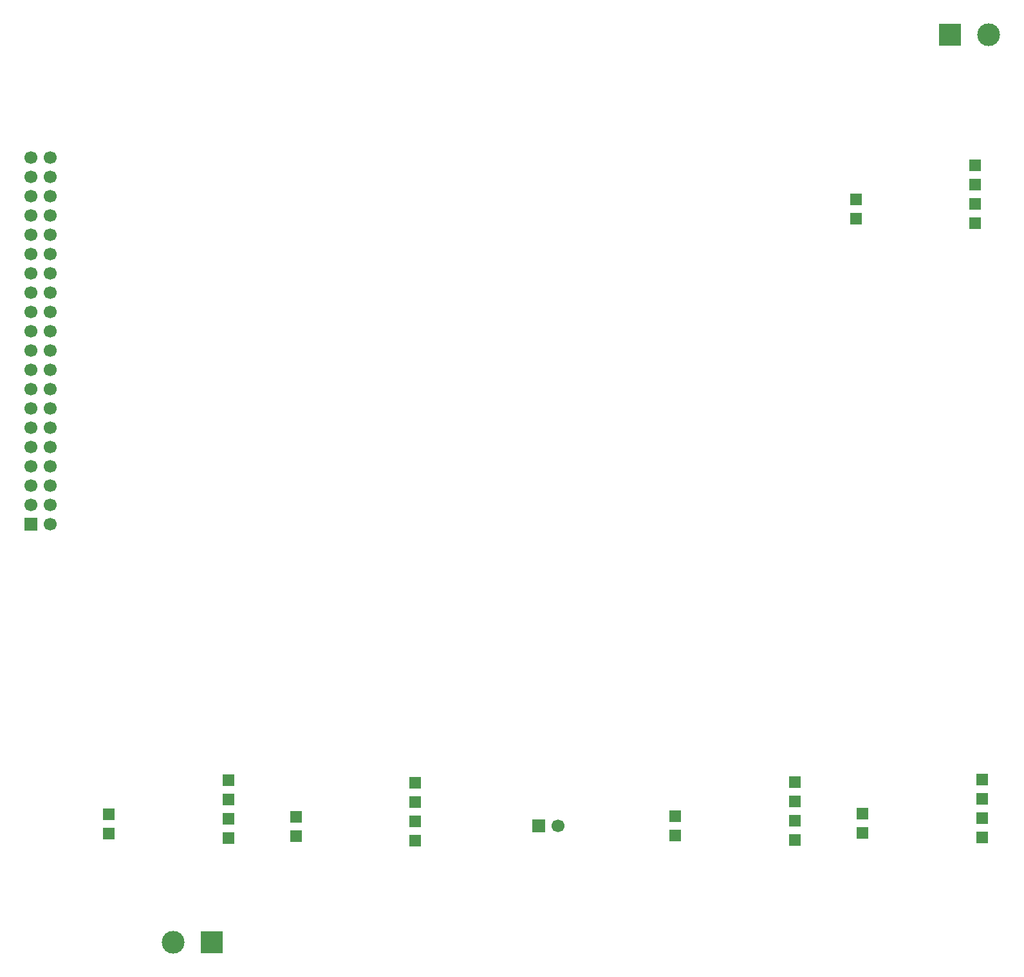
<source format=gbr>
%TF.GenerationSoftware,KiCad,Pcbnew,9.0.2*%
%TF.CreationDate,2025-07-16T23:03:39+02:00*%
%TF.ProjectId,cargo-vent_cargo-smoke,63617267-6f2d-4766-956e-745f63617267,rev?*%
%TF.SameCoordinates,Original*%
%TF.FileFunction,Soldermask,Bot*%
%TF.FilePolarity,Negative*%
%FSLAX46Y46*%
G04 Gerber Fmt 4.6, Leading zero omitted, Abs format (unit mm)*
G04 Created by KiCad (PCBNEW 9.0.2) date 2025-07-16 23:03:39*
%MOMM*%
%LPD*%
G01*
G04 APERTURE LIST*
%ADD10R,1.500000X1.500000*%
%ADD11R,3.000000X3.000000*%
%ADD12C,3.000000*%
%ADD13C,1.700000*%
%ADD14R,1.700000X1.700000*%
G04 APERTURE END LIST*
D10*
%TO.C,KR5*%
X268175000Y-205050000D03*
X268175000Y-207590000D03*
X268175000Y-210130000D03*
X268175000Y-212670000D03*
X252475000Y-209550000D03*
X252475000Y-212090000D03*
%TD*%
%TO.C,KR4*%
X169025000Y-205125000D03*
X169025000Y-207665000D03*
X169025000Y-210205000D03*
X169025000Y-212745000D03*
X153325000Y-209625000D03*
X153325000Y-212165000D03*
%TD*%
D11*
%TO.C,J3*%
X166865000Y-226475000D03*
D12*
X161785000Y-226475000D03*
%TD*%
D13*
%TO.C,J2*%
X145600000Y-123165000D03*
X143060000Y-123165000D03*
X145600000Y-125705000D03*
X143060000Y-125705000D03*
X145600000Y-128245000D03*
X143060000Y-128245000D03*
X145600000Y-130785000D03*
X143060000Y-130785000D03*
X145600000Y-133325000D03*
X143060000Y-133325000D03*
X145600000Y-135865000D03*
X143060000Y-135865000D03*
X145600000Y-138405000D03*
X143060000Y-138405000D03*
X145600000Y-140945000D03*
X143060000Y-140945000D03*
X145600000Y-143485000D03*
X143060000Y-143485000D03*
X145600000Y-146025000D03*
X143060000Y-146025000D03*
X145600000Y-148565000D03*
X143060000Y-148565000D03*
X145600000Y-151105000D03*
X143060000Y-151105000D03*
X145600000Y-153645000D03*
X143060000Y-153645000D03*
X145600000Y-156185000D03*
X143060000Y-156185000D03*
X145600000Y-158725000D03*
X143060000Y-158725000D03*
X145600000Y-161265000D03*
X143060000Y-161265000D03*
X145600000Y-163805000D03*
X143060000Y-163805000D03*
X145600000Y-166345000D03*
X143060000Y-166345000D03*
X145600000Y-168885000D03*
X143060000Y-168885000D03*
X145600000Y-171425000D03*
D14*
X143060000Y-171425000D03*
%TD*%
D10*
%TO.C,KR1*%
X267275000Y-124200000D03*
X267275000Y-126740000D03*
X267275000Y-129280000D03*
X267275000Y-131820000D03*
X251575000Y-128700000D03*
X251575000Y-131240000D03*
%TD*%
D14*
%TO.C,J4*%
X209875000Y-211175000D03*
D13*
X212415000Y-211175000D03*
%TD*%
D10*
%TO.C,KR3*%
X243550000Y-205400000D03*
X243550000Y-207940000D03*
X243550000Y-210480000D03*
X243550000Y-213020000D03*
X227850000Y-209900000D03*
X227850000Y-212440000D03*
%TD*%
%TO.C,KR2*%
X193650000Y-205450000D03*
X193650000Y-207990000D03*
X193650000Y-210530000D03*
X193650000Y-213070000D03*
X177950000Y-209950000D03*
X177950000Y-212490000D03*
%TD*%
D11*
%TO.C,J1*%
X263970000Y-106975000D03*
D12*
X269050000Y-106975000D03*
%TD*%
M02*

</source>
